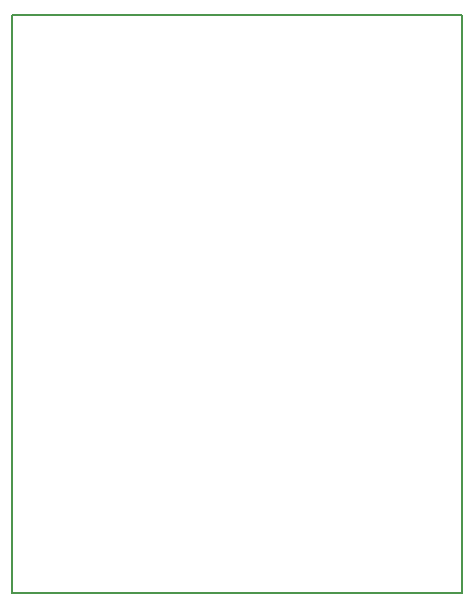
<source format=gbr>
G04 #@! TF.FileFunction,Profile,NP*
%FSLAX46Y46*%
G04 Gerber Fmt 4.6, Leading zero omitted, Abs format (unit mm)*
G04 Created by KiCad (PCBNEW 4.0.7) date 02/16/18 12:23:05*
%MOMM*%
%LPD*%
G01*
G04 APERTURE LIST*
%ADD10C,0.100000*%
%ADD11C,0.150000*%
G04 APERTURE END LIST*
D10*
D11*
X139700000Y-95250000D02*
X139700000Y-95885000D01*
X101600000Y-95250000D02*
X139700000Y-95250000D01*
X101600000Y-144145000D02*
X101600000Y-95250000D01*
X139700000Y-144145000D02*
X101600000Y-144145000D01*
X139700000Y-95250000D02*
X139700000Y-144145000D01*
M02*

</source>
